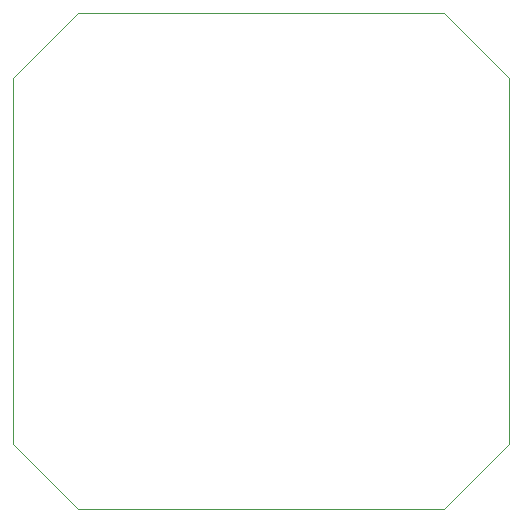
<source format=gbr>
G04 #@! TF.GenerationSoftware,KiCad,Pcbnew,(5.1.7)-1*
G04 #@! TF.CreationDate,2020-12-09T20:39:25+01:00*
G04 #@! TF.ProjectId,Stepper Servo,53746570-7065-4722-9053-6572766f2e6b,v1.0*
G04 #@! TF.SameCoordinates,Original*
G04 #@! TF.FileFunction,Profile,NP*
%FSLAX46Y46*%
G04 Gerber Fmt 4.6, Leading zero omitted, Abs format (unit mm)*
G04 Created by KiCad (PCBNEW (5.1.7)-1) date 2020-12-09 20:39:25*
%MOMM*%
%LPD*%
G01*
G04 APERTURE LIST*
G04 #@! TA.AperFunction,Profile*
%ADD10C,0.100000*%
G04 #@! TD*
G04 APERTURE END LIST*
D10*
X174200000Y-51000000D02*
X205200000Y-51000000D01*
X168700000Y-56500000D02*
X174200000Y-51000000D01*
X168700000Y-87500000D02*
X168700000Y-56500000D01*
X174200000Y-93000000D02*
X168700000Y-87500000D01*
X205200000Y-93000000D02*
X174200000Y-93000000D01*
X210700000Y-87500000D02*
X205200000Y-93000000D01*
X210700000Y-56500000D02*
X210700000Y-87500000D01*
X205200000Y-51000000D02*
X210700000Y-56500000D01*
M02*

</source>
